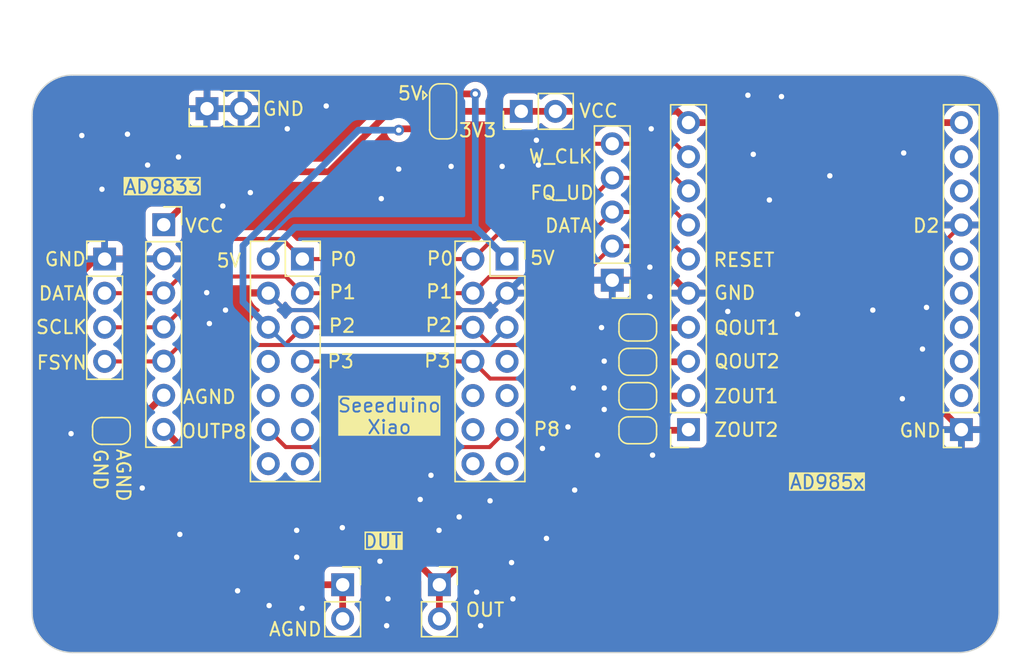
<source format=kicad_pcb>
(kicad_pcb (version 20221018) (generator pcbnew)
  (layers (0 "F.Cu" signal) (31 "B.Cu" signal) (34 "B.Paste" user) (35 "F.Paste" user) (36 "B.SilkS" user "B.Silkscreen") (37 "F.SilkS" user "F.Silkscreen") (38 "B.Mask" user) (39 "F.Mask" user) (44 "Edge.Cuts" user))
  (net 0 "")
  (net 6 "/D2")
  (net 9 "/VCC")
  (net 10 "/OUT")
  (net 11 "Net-(J2-Pin_1)")
  (net 12 "Net-(J2-Pin_2)")
  (net 13 "Net-(J2-Pin_3)")
  (net 14 "/DATA")
  (net 15 "/FQ_UD")
  (net 16 "/5V_USB")
  (net 17 "/3V3_Board")
  (net 21 "/AGND")
  (net 25 "/P3")
  (net 32 "/P0")
  (net 33 "Net-(J2-Pin_4)")
  (footprint "Jumper:SolderJumper-3_P1.3mm_Open_RoundedPad1.0x1.5mm" (layer "F.Cu") (at 90.6 22.7 -90)
    (fp_text reference "JP2" hide)
    (fp_text value "SolderJumper_3_Open")
    (fp_line (start -2.05 0.3) (end -2.05 -0.3) (stroke (width 0.12)) (layer "F.SilkS"))
    (fp_line (start -1.5 1.5) (end -0.9 1.5) (stroke (width 0.12)) (layer "F.SilkS"))
    (fp_line (start -1.4 -1) (end 1.4 -1) (stroke (width 0.12)) (layer "F.SilkS"))
    (fp_line (start -1.2 1.2) (end -1.5 1.5) (stroke (width 0.12)) (layer "F.SilkS"))
    (fp_line (start -1.2 1.2) (end -0.9 1.5) (stroke (width 0.12)) (layer "F.SilkS"))
    (fp_line (start 1.4 1) (end -1.4 1) (stroke (width 0.12)) (layer "F.SilkS"))
    (fp_line (start 2.05 -0.3) (end 2.05 0.3) (stroke (width 0.12)) (layer "F.SilkS"))
    (fp_arc (start -2.05 -0.3) (mid -1.844975 -0.794975) (end -1.35 -1) (stroke (width 0.12)) (layer "F.SilkS"))
    (fp_arc (start -1.35 1) (mid -1.844975 0.794975) (end -2.05 0.3) (stroke (width 0.12)) (layer "F.SilkS"))
    (fp_arc (start 1.35 -1) (mid 1.844975 -0.794975) (end 2.05 -0.3) (stroke (width 0.12)) (layer "F.SilkS"))
    (fp_arc (start 2.05 0.3) (mid 1.844975 0.794975) (end 1.35 1) (stroke (width 0.12)) (layer "F.SilkS"))
    (pad "1" smd custom (at -1.3 0 270) (size 1 0.5) (layers "F.Cu" "F.Mask") (net 16 "/5V_USB") (options (clearance outline) (anchor rect)) (primitives (gr_circle (center 0 0.25) (end 0.5 0.25) (width 0) (fill yes)) (gr_circle (center 0 -0.25) (end 0.5 -0.25) (width 0) (fill yes)) (gr_poly (pts (xy 0.55 0.75) (xy 0 0.75) (xy 0 -0.75) (xy 0.55 -0.75)) (width 0) (fill yes))))
    (pad "2" smd rect (at 0 0 270) (size 1 1.5) (layers "F.Cu" "F.Mask") (net 9 "/VCC"))
    (pad "3" smd custom (at 1.3 0 270) (size 1 0.5) (layers "F.Cu" "F.Mask") (net 17 "/3V3_Board") (options (clearance outline) (anchor rect)) (primitives (gr_circle (center 0 0.25) (end 0.5 0.25) (width 0) (fill yes)) (gr_circle (center 0 -0.25) (end 0.5 -0.25) (width 0) (fill yes)) (gr_poly (pts (xy 0 0.75) (xy -0.55 0.75) (xy -0.55 -0.75) (xy 0 -0.75)) (width 0) (fill yes))))
  )
  (footprint "Connector_PinSocket_2.54mm:PinSocket_1x02_P2.54mm_Vertical" (layer "F.Cu") (at 90.325 57.95)
    (fp_text reference "J5" hide)
    (fp_text value "Conn_01x02")
    (fp_line (start -1.33 1.27) (end -1.33 3.87) (stroke (width 0.12)) (layer "F.SilkS"))
    (fp_line (start -1.33 1.27) (end 1.33 1.27) (stroke (width 0.12)) (layer "F.SilkS"))
    (fp_line (start -1.33 3.87) (end 1.33 3.87) (stroke (width 0.12)) (layer "F.SilkS"))
    (fp_line (start 0 -1.33) (end 1.33 -1.33) (stroke (width 0.12)) (layer "F.SilkS"))
    (fp_line (start 1.33 -1.33) (end 1.33 0) (stroke (width 0.12)) (layer "F.SilkS"))
    (fp_line (start 1.33 1.27) (end 1.33 3.87) (stroke (width 0.12)) (layer "F.SilkS"))
    (pad "1" thru_hole rect (at 0 0) (size 1.7 1.7) (drill 1) (layers "*.Cu" "*.Mask") (net 10 "/OUT"))
    (pad "2" thru_hole oval (at 0 2.54) (size 1.7 1.7) (drill 1) (layers "*.Cu" "*.Mask") (net 10 "/OUT"))
  )
  (footprint "Connector_PinHeader_2.54mm:PinHeader_1x04_P2.54mm_Vertical" (layer "F.Cu") (at 65.4 33.7)
    (fp_text reference "J9" hide)
    (fp_text value "Conn_01x04")
    (fp_line (start -1.33 -1.33) (end 0 -1.33) (stroke (width 0.12)) (layer "F.SilkS"))
    (fp_line (start -1.33 0) (end -1.33 -1.33) (stroke (width 0.12)) (layer "F.SilkS"))
    (fp_line (start -1.33 1.27) (end -1.33 8.95) (stroke (width 0.12)) (layer "F.SilkS"))
    (fp_line (start -1.33 1.27) (end 1.33 1.27) (stroke (width 0.12)) (layer "F.SilkS"))
    (fp_line (start -1.33 8.95) (end 1.33 8.95) (stroke (width 0.12)) (layer "F.SilkS"))
    (fp_line (start 1.33 1.27) (end 1.33 8.95) (stroke (width 0.12)) (layer "F.SilkS"))
    (pad "1" thru_hole rect (at 0 0) (size 1.7 1.7) (drill 1) (layers "*.Cu" "*.Mask") (net 6 "/D2"))
    (pad "2" thru_hole oval (at 0 2.54) (size 1.7 1.7) (drill 1) (layers "*.Cu" "*.Mask") (net 32 "/P0"))
    (pad "3" thru_hole oval (at 0 5.08) (size 1.7 1.7) (drill 1) (layers "*.Cu" "*.Mask") (net 15 "/FQ_UD"))
    (pad "4" thru_hole oval (at 0 7.62) (size 1.7 1.7) (drill 1) (layers "*.Cu" "*.Mask") (net 14 "/DATA"))
  )
  (footprint "Connector_PinSocket_2.54mm:PinSocket_1x10_P2.54mm_Vertical" (layer "F.Cu") (at 108.875 46.4 180)
    (fp_text reference "J2" hide)
    (fp_text value "Conn_01x10")
    (fp_line (start -1.33 1.27) (end -1.33 24.19) (stroke (width 0.12)) (layer "F.SilkS"))
    (fp_line (start -1.33 1.27) (end 1.33 1.27) (stroke (width 0.12)) (layer "F.SilkS"))
    (fp_line (start -1.33 24.19) (end 1.33 24.19) (stroke (width 0.12)) (layer "F.SilkS"))
    (fp_line (start 0 -1.33) (end 1.33 -1.33) (stroke (width 0.12)) (layer "F.SilkS"))
    (fp_line (start 1.33 -1.33) (end 1.33 0) (stroke (width 0.12)) (layer "F.SilkS"))
    (fp_line (start 1.33 1.27) (end 1.33 24.19) (stroke (width 0.12)) (layer "F.SilkS"))
    (pad "1" thru_hole rect (at 0 0 180) (size 1.7 1.7) (drill 1) (layers "*.Cu" "*.Mask") (net 11 "Net-(J2-Pin_1)"))
    (pad "2" thru_hole oval (at 0 2.54 180) (size 1.7 1.7) (drill 1) (layers "*.Cu" "*.Mask") (net 12 "Net-(J2-Pin_2)"))
    (pad "3" thru_hole oval (at 0 5.08 180) (size 1.7 1.7) (drill 1) (layers "*.Cu" "*.Mask") (net 13 "Net-(J2-Pin_3)"))
    (pad "4" thru_hole oval (at 0 7.62 180) (size 1.7 1.7) (drill 1) (layers "*.Cu" "*.Mask") (net 33 "Net-(J2-Pin_4)"))
    (pad "5" thru_hole oval (at 0 10.16 180) (size 1.7 1.7) (drill 1) (layers "*.Cu" "*.Mask") (net 6 "/D2"))
    (pad "6" thru_hole oval (at 0 12.7 180) (size 1.7 1.7) (drill 1) (layers "*.Cu" "*.Mask") (net 25 "/P3"))
    (pad "7" thru_hole oval (at 0 15.24 180) (size 1.7 1.7) (drill 1) (layers "*.Cu" "*.Mask") (net 14 "/DATA"))
    (pad "8" thru_hole oval (at 0 17.78 180) (size 1.7 1.7) (drill 1) (layers "*.Cu" "*.Mask") (net 15 "/FQ_UD"))
    (pad "9" thru_hole oval (at 0 20.32 180) (size 1.7 1.7) (drill 1) (layers "*.Cu" "*.Mask") (net 32 "/P0"))
    (pad "10" thru_hole oval (at 0 22.86 180) (size 1.7 1.7) (drill 1) (layers "*.Cu" "*.Mask") (net 9 "/VCC"))
  )
  (footprint "Connector_PinSocket_2.54mm:PinSocket_1x10_P2.54mm_Vertical" (layer "F.Cu") (at 129.195 46.4 180)
    (fp_text reference "J1" hide)
    (fp_text value "Conn_01x10")
    (fp_line (start -1.33 1.27) (end -1.33 24.19) (stroke (width 0.12)) (layer "F.SilkS"))
    (fp_line (start -1.33 1.27) (end 1.33 1.27) (stroke (width 0.12)) (layer "F.SilkS"))
    (fp_line (start -1.33 24.19) (end 1.33 24.19) (stroke (width 0.12)) (layer "F.SilkS"))
    (fp_line (start 0 -1.33) (end 1.33 -1.33) (stroke (width 0.12)) (layer "F.SilkS"))
    (fp_line (start 1.33 -1.33) (end 1.33 0) (stroke (width 0.12)) (layer "F.SilkS"))
    (fp_line (start 1.33 1.27) (end 1.33 24.19) (stroke (width 0.12)) (layer "F.SilkS"))
    (pad "1" thru_hole rect (at 0 0 180) (size 1.7 1.7) (drill 1) (layers "*.Cu" "*.Mask") (net 6 "/D2"))
    (pad "2" thru_hole oval (at 0 2.54 180) (size 1.7 1.7) (drill 1) (layers "*.Cu" "*.Mask"))
    (pad "3" thru_hole oval (at 0 5.08 180) (size 1.7 1.7) (drill 1) (layers "*.Cu" "*.Mask"))
    (pad "4" thru_hole oval (at 0 7.62 180) (size 1.7 1.7) (drill 1) (layers "*.Cu" "*.Mask"))
    (pad "5" thru_hole oval (at 0 10.16 180) (size 1.7 1.7) (drill 1) (layers "*.Cu" "*.Mask"))
    (pad "6" thru_hole oval (at 0 12.7 180) (size 1.7 1.7) (drill 1) (layers "*.Cu" "*.Mask"))
    (pad "7" thru_hole oval (at 0 15.24 180) (size 1.7 1.7) (drill 1) (layers "*.Cu" "*.Mask") (net 6 "/D2"))
    (pad "8" thru_hole oval (at 0 17.78 180) (size 1.7 1.7) (drill 1) (layers "*.Cu" "*.Mask"))
    (pad "9" thru_hole oval (at 0 20.32 180) (size 1.7 1.7) (drill 1) (layers "*.Cu" "*.Mask"))
    (pad "10" thru_hole oval (at 0 22.86 180) (size 1.7 1.7) (drill 1) (layers "*.Cu" "*.Mask") (net 9 "/VCC"))
  )
  (footprint "Connector_PinHeader_2.54mm:PinHeader_1x02_P2.54mm_Vertical" (layer "F.Cu") (at 96.425 22.7 90)
    (fp_text reference "J11" hide)
    (fp_text value "Conn_01x02")
    (fp_line (start -1.33 -1.33) (end 0 -1.33) (stroke (width 0.12)) (layer "F.SilkS"))
    (fp_line (start -1.33 0) (end -1.33 -1.33) (stroke (width 0.12)) (layer "F.SilkS"))
    (fp_line (start -1.33 1.27) (end -1.33 3.87) (stroke (width 0.12)) (layer "F.SilkS"))
    (fp_line (start -1.33 1.27) (end 1.33 1.27) (stroke (width 0.12)) (layer "F.SilkS"))
    (fp_line (start -1.33 3.87) (end 1.33 3.87) (stroke (width 0.12)) (layer "F.SilkS"))
    (fp_line (start 1.33 1.27) (end 1.33 3.87) (stroke (width 0.12)) (layer "F.SilkS"))
    (pad "1" thru_hole rect (at 0 0 90) (size 1.7 1.7) (drill 1) (layers "*.Cu" "*.Mask") (net 9 "/VCC"))
    (pad "2" thru_hole oval (at 0 2.54 90) (size 1.7 1.7) (drill 1) (layers "*.Cu" "*.Mask") (net 9 "/VCC"))
  )
  (footprint "Connector_PinHeader_2.54mm:PinHeader_1x02_P2.54mm_Vertical" (layer "F.Cu") (at 73.025 22.5 90)
    (fp_text reference "J10" hide)
    (fp_text value "Conn_01x02")
    (fp_line (start -1.33 -1.33) (end 0 -1.33) (stroke (width 0.12)) (layer "F.SilkS"))
    (fp_line (start -1.33 0) (end -1.33 -1.33) (stroke (width 0.12)) (layer "F.SilkS"))
    (fp_line (start -1.33 1.27) (end -1.33 3.87) (stroke (width 0.12)) (layer "F.SilkS"))
    (fp_line (start -1.33 1.27) (end 1.33 1.27) (stroke (width 0.12)) (layer "F.SilkS"))
    (fp_line (start -1.33 3.87) (end 1.33 3.87) (stroke (width 0.12)) (layer "F.SilkS"))
    (fp_line (start 1.33 1.27) (end 1.33 3.87) (stroke (width 0.12)) (layer "F.SilkS"))
    (pad "1" thru_hole rect (at 0 0 90) (size 1.7 1.7) (drill 1) (layers "*.Cu" "*.Mask") (net 6 "/D2"))
    (pad "2" thru_hole oval (at 0 2.54 90) (size 1.7 1.7) (drill 1) (layers "*.Cu" "*.Mask") (net 6 "/D2"))
  )
  (footprint "Connector_PinSocket_2.54mm:PinSocket_1x07_P2.54mm_Vertical" (layer "F.Cu") (at 69.8 31.14)
    (fp_text reference "J7" hide)
    (fp_text value "Conn_01x07")
    (fp_line (start -1.33 1.27) (end -1.33 16.57) (stroke (width 0.12)) (layer "F.SilkS"))
    (fp_line (start -1.33 1.27) (end 1.33 1.27) (stroke (width 0.12)) (layer "F.SilkS"))
    (fp_line (start -1.33 16.57) (end 1.33 16.57) (stroke (width 0.12)) (layer "F.SilkS"))
    (fp_line (start 0 -1.33) (end 1.33 -1.33) (stroke (width 0.12)) (layer "F.SilkS"))
    (fp_line (start 1.33 -1.33) (end 1.33 0) (stroke (width 0.12)) (layer "F.SilkS"))
    (fp_line (start 1.33 1.27) (end 1.33 16.57) (stroke (width 0.12)) (layer "F.SilkS"))
    (pad "1" thru_hole rect (at 0 0) (size 1.7 1.7) (drill 1) (layers "*.Cu" "*.Mask") (net 9 "/VCC"))
    (pad "2" thru_hole oval (at 0 2.54) (size 1.7 1.7) (drill 1) (layers "*.Cu" "*.Mask") (net 6 "/D2"))
    (pad "3" thru_hole oval (at 0 5.08) (size 1.7 1.7) (drill 1) (layers "*.Cu" "*.Mask") (net 32 "/P0"))
    (pad "4" thru_hole oval (at 0 7.62) (size 1.7 1.7) (drill 1) (layers "*.Cu" "*.Mask") (net 15 "/FQ_UD"))
    (pad "5" thru_hole oval (at 0 10.16) (size 1.7 1.7) (drill 1) (layers "*.Cu" "*.Mask") (net 14 "/DATA"))
    (pad "6" thru_hole oval (at 0 12.7) (size 1.7 1.7) (drill 1) (layers "*.Cu" "*.Mask") (net 21 "/AGND"))
    (pad "7" thru_hole oval (at 0 15.24) (size 1.7 1.7) (drill 1) (layers "*.Cu" "*.Mask") (net 10 "/OUT"))
  )
  (footprint "Connector_PinSocket_2.54mm:PinSocket_2x07_P2.54mm_Vertical" (layer "F.Cu") (at 95.365 33.7)
    (fp_text reference "J4" hide)
    (fp_text value "Conn_02x07_Odd_Even")
    (fp_line (start -3.87 -1.33) (end -3.87 16.57) (stroke (width 0.12)) (layer "F.SilkS"))
    (fp_line (start -3.87 -1.33) (end -1.27 -1.33) (stroke (width 0.12)) (layer "F.SilkS"))
    (fp_line (start -3.87 16.57) (end 1.33 16.57) (stroke (width 0.12)) (layer "F.SilkS"))
    (fp_line (start -1.27 -1.33) (end -1.27 1.27) (stroke (width 0.12)) (layer "F.SilkS"))
    (fp_line (start -1.27 1.27) (end 1.33 1.27) (stroke (width 0.12)) (layer "F.SilkS"))
    (fp_line (start 0 -1.33) (end 1.33 -1.33) (stroke (width 0.12)) (layer "F.SilkS"))
    (fp_line (start 1.33 -1.33) (end 1.33 0) (stroke (width 0.12)) (layer "F.SilkS"))
    (fp_line (start 1.33 1.27) (end 1.33 16.57) (stroke (width 0.12)) (layer "F.SilkS"))
    (pad "1" thru_hole rect (at 0 0) (size 1.7 1.7) (drill 1) (layers "*.Cu" "*.Mask") (net 16 "/5V_USB"))
    (pad "2" thru_hole oval (at -2.54 0) (size 1.7 1.7) (drill 1) (layers "*.Cu" "*.Mask") (net 32 "/P0"))
    (pad "3" thru_hole oval (at 0 2.54) (size 1.7 1.7) (drill 1) (layers "*.Cu" "*.Mask") (net 6 "/D2"))
    (pad "4" thru_hole oval (at -2.54 2.54) (size 1.7 1.7) (drill 1) (layers "*.Cu" "*.Mask") (net 15 "/FQ_UD"))
    (pad "5" thru_hole oval (at 0 5.08) (size 1.7 1.7) (drill 1) (layers "*.Cu" "*.Mask") (net 17 "/3V3_Board"))
    (pad "6" thru_hole oval (at -2.54 5.08) (size 1.7 1.7) (drill 1) (layers "*.Cu" "*.Mask") (net 14 "/DATA"))
    (pad "7" thru_hole oval (at 0 7.62) (size 1.7 1.7) (drill 1) (layers "*.Cu" "*.Mask"))
    (pad "8" thru_hole oval (at -2.54 7.62) (size 1.7 1.7) (drill 1) (layers "*.Cu" "*.Mask") (net 25 "/P3"))
    (pad "9" thru_hole oval (at 0 10.16) (size 1.7 1.7) (drill 1) (layers "*.Cu" "*.Mask"))
    (pad "10" thru_hole oval (at -2.54 10.16) (size 1.7 1.7) (drill 1) (layers "*.Cu" "*.Mask"))
    (pad "11" thru_hole oval (at 0 12.7) (size 1.7 1.7) (drill 1) (layers "*.Cu" "*.Mask") (net 10 "/OUT"))
    (pad "12" thru_hole oval (at -2.54 12.7) (size 1.7 1.7) (drill 1) (layers "*.Cu" "*.Mask"))
    (pad "13" thru_hole oval (at 0 15.24) (size 1.7 1.7) (drill 1) (layers "*.Cu" "*.Mask"))
    (pad "14" thru_hole oval (at -2.54 15.24) (size 1.7 1.7) (drill 1) (layers "*.Cu" "*.Mask"))
  )
  (footprint "Connector_PinSocket_2.54mm:PinSocket_2x07_P2.54mm_Vertical" (layer "F.Cu") (at 80.125 33.7)
    (fp_text reference "J3" hide)
    (fp_text value "Conn_02x07_Odd_Even")
    (fp_line (start -3.87 -1.33) (end -3.87 16.57) (stroke (width 0.12)) (layer "F.SilkS"))
    (fp_line (start -3.87 -1.33) (end -1.27 -1.33) (stroke (width 0.12)) (layer "F.SilkS"))
    (fp_line (start -3.87 16.57) (end 1.33 16.57) (stroke (width 0.12)) (layer "F.SilkS"))
    (fp_line (start -1.27 -1.33) (end -1.27 1.27) (stroke (width 0.12)) (layer "F.SilkS"))
    (fp_line (start -1.27 1.27) (end 1.33 1.27) (stroke (width 0.12)) (layer "F.SilkS"))
    (fp_line (start 0 -1.33) (end 1.33 -1.33) (stroke (width 0.12)) (layer "F.SilkS"))
    (fp_line (start 1.33 -1.33) (end 1.33 0) (stroke (width 0.12)) (layer "F.SilkS"))
    (fp_line (start 1.33 1.27) (end 1.33 16.57) (stroke (width 0.12)) (layer "F.SilkS"))
    (pad "1" thru_hole rect (at 0 0) (size 1.7 1.7) (drill 1) (layers "*.Cu" "*.Mask") (net 32 "/P0"))
    (pad "2" thru_hole oval (at -2.54 0) (size 1.7 1.7) (drill 1) (layers "*.Cu" "*.Mask") (net 16 "/5V_USB"))
    (pad "3" thru_hole oval (at 0 2.54) (size 1.7 1.7) (drill 1) (layers "*.Cu" "*.Mask") (net 15 "/FQ_UD"))
    (pad "4" thru_hole oval (at -2.54 2.54) (size 1.7 1.7) (drill 1) (layers "*.Cu" "*.Mask") (net 6 "/D2"))
    (pad "5" thru_hole oval (at 0 5.08) (size 1.7 1.7) (drill 1) (layers "*.Cu" "*.Mask") (net 14 "/DATA"))
    (pad "6" thru_hole oval (at -2.54 5.08) (size 1.7 1.7) (drill 1) (layers "*.Cu" "*.Mask") (net 17 "/3V3_Board"))
    (pad "7" thru_hole oval (at 0 7.62) (size 1.7 1.7) (drill 1) (layers "*.Cu" "*.Mask") (net 25 "/P3"))
    (pad "8" thru_hole oval (at -2.54 7.62) (size 1.7 1.7) (drill 1) (layers "*.Cu" "*.Mask"))
    (pad "9" thru_hole oval (at 0 10.16) (size 1.7 1.7) (drill 1) (layers "*.Cu" "*.Mask"))
    (pad "10" thru_hole oval (at -2.54 10.16) (size 1.7 1.7) (drill 1) (layers "*.Cu" "*.Mask"))
    (pad "11" thru_hole oval (at 0 12.7) (size 1.7 1.7) (drill 1) (layers "*.Cu" "*.Mask"))
    (pad "12" thru_hole oval (at -2.54 12.7) (size 1.7 1.7) (drill 1) (layers "*.Cu" "*.Mask") (net 10 "/OUT"))
    (pad "13" thru_hole oval (at 0 15.24) (size 1.7 1.7) (drill 1) (layers "*.Cu" "*.Mask"))
    (pad "14" thru_hole oval (at -2.54 15.24) (size 1.7 1.7) (drill 1) (layers "*.Cu" "*.Mask"))
  )
  (footprint "Jumper:SolderJumper-2_P1.3mm_Open_RoundedPad1.0x1.5mm" (layer "F.Cu") (at 105.1 46.45 180)
    (fp_text reference "JP3" hide)
    (fp_text value "SolderJumper_2_Open")
    (fp_line (start -1.4 0.3) (end -1.4 -0.3) (stroke (width 0.12)) (layer "F.SilkS"))
    (fp_line (start -0.7 -1) (end 0.7 -1) (stroke (width 0.12)) (layer "F.SilkS"))
    (fp_line (start 0.7 1) (end -0.7 1) (stroke (width 0.12)) (layer "F.SilkS"))
    (fp_line (start 1.4 -0.3) (end 1.4 0.3) (stroke (width 0.12)) (layer "F.SilkS"))
    (fp_arc (start -1.4 -0.3) (mid -1.194975 -0.794975) (end -0.7 -1) (stroke (width 0.12)) (layer "F.SilkS"))
    (fp_arc (start -0.7 1) (mid -1.194975 0.794975) (end -1.4 0.3) (stroke (width 0.12)) (layer "F.SilkS"))
    (fp_arc (start 0.7 -1) (mid 1.194975 -0.794975) (end 1.4 -0.3) (stroke (width 0.12)) (layer "F.SilkS"))
    (fp_arc (start 1.4 0.3) (mid 1.194975 0.794975) (end 0.7 1) (stroke (width 0.12)) (layer "F.SilkS"))
    (pad "1" smd custom (at -0.65 0 180) (size 1 0.5) (layers "F.Cu" "F.Mask") (net 11 "Net-(J2-Pin_1)") (options (clearance outline) (anchor rect)) (primitives (gr_circle (center 0 0.25) (end 0.5 0.25) (width 0) (fill yes)) (gr_circle (center 0 -0.25) (end 0.5 -0.25) (width 0) (fill yes)) (gr_poly (pts (xy 0.5 0.75) (xy 0 0.75) (xy 0 -0.75) (xy 0.5 -0.75)) (width 0) (fill yes))))
    (pad "2" smd custom (at 0.65 0 180) (size 1 0.5) (layers "F.Cu" "F.Mask") (net 10 "/OUT") (options (clearance outline) (anchor rect)) (primitives (gr_circle (center 0 0.25) (end 0.5 0.25) (width 0) (fill yes)) (gr_circle (center 0 -0.25) (end 0.5 -0.25) (width 0) (fill yes)) (gr_poly (pts (xy 0 0.75) (xy -0.5 0.75) (xy -0.5 -0.75) (xy 0 -0.75)) (width 0) (fill yes))))
  )
  (footprint "Jumper:SolderJumper-2_P1.3mm_Open_RoundedPad1.0x1.5mm" (layer "F.Cu") (at 65.9 46.5)
    (fp_text reference "JP1" hide)
    (fp_text value "SolderJumper_2_Open")
    (fp_line (start -1.4 0.3) (end -1.4 -0.3) (stroke (width 0.12)) (layer "F.SilkS"))
    (fp_line (start -0.7 -1) (end 0.7 -1) (stroke (width 0.12)) (layer "F.SilkS"))
    (fp_line (start 0.7 1) (end -0.7 1) (stroke (width 0.12)) (layer "F.SilkS"))
    (fp_line (start 1.4 -0.3) (end 1.4 0.3) (stroke (width 0.12)) (layer "F.SilkS"))
    (fp_arc (start -1.4 -0.3) (mid -1.194975 -0.794975) (end -0.7 -1) (stroke (width 0.12)) (layer "F.SilkS"))
    (fp_arc (start -0.7 1) (mid -1.194975 0.794975) (end -1.4 0.3) (stroke (width 0.12)) (layer "F.SilkS"))
    (fp_arc (start 0.7 -1) (mid 1.194975 -0.794975) (end 1.4 -0.3) (stroke (width 0.12)) (layer "F.SilkS"))
    (fp_arc (start 1.4 0.3) (mid 1.194975 0.794975) (end 0.7 1) (stroke (width 0.12)) (layer "F.SilkS"))
    (pad "1" smd custom (at -0.65 0) (size 1 0.5) (layers "F.Cu" "F.Mask") (net 6 "/D2") (options (clearance outline) (anchor rect)) (primitives (gr_circle (center 0 0.25) (end 0.5 0.25) (width 0) (fill yes)) (gr_circle (center 0 -0.25) (end 0.5 -0.25) (width 0) (fill yes)) (gr_poly (pts (xy 0.5 0.75) (xy 0 0.75) (xy 0 -0.75) (xy 0.5 -0.75)) (width 0) (fill yes))))
    (pad "2" smd custom (at 0.65 0) (size 1 0.5) (layers "F.Cu" "F.Mask") (net 21 "/AGND") (options (clearance outline) (anchor rect)) (primitives (gr_circle (center 0 0.25) (end 0.5 0.25) (width 0) (fill yes)) (gr_circle (center 0 -0.25) (end 0.5 -0.25) (width 0) (fill yes)) (gr_poly (pts (xy 0 0.75) (xy -0.5 0.75) (xy -0.5 -0.75) (xy 0 -0.75)) (width 0) (fill yes))))
  )
  (footprint "Jumper:SolderJumper-2_P1.3mm_Open_RoundedPad1.0x1.5mm" (layer "F.Cu") (at 105.1 38.8 180)
    (fp_text reference "JP6" hide)
    (fp_text value "SolderJumper_2_Open")
    (fp_line (start -1.4 0.3) (end -1.4 -0.3) (stroke (width 0.12)) (layer "F.SilkS"))
    (fp_line (start -0.7 -1) (end 0.7 -1) (stroke (width 0.12)) (layer "F.SilkS"))
    (fp_line (start 0.7 1) (end -0.7 1) (stroke (width 0.12)) (layer "F.SilkS"))
    (fp_line (start 1.4 -0.3) (end 1.4 0.3) (stroke (width 0.12)) (layer "F.SilkS"))
    (fp_arc (start -1.4 -0.3) (mid -1.194975 -0.794975) (end -0.7 -1) (stroke (width 0.12)) (layer "F.SilkS"))
    (fp_arc (start -0.7 1) (mid -1.194975 0.794975) (end -1.4 0.3) (stroke (width 0.12)) (layer "F.SilkS"))
    (fp_arc (start 0.7 -1) (mid 1.194975 -0.794975) (end 1.4 -0.3) (stroke (width 0.12)) (layer "F.SilkS"))
    (fp_arc (start 1.4 0.3) (mid 1.194975 0.794975) (end 0.7 1) (stroke (width 0.12)) (layer "F.SilkS"))
    (pad "1" smd custom (at -0.65 0 180) (size 1 0.5) (layers "F.Cu" "F.Mask") (net 33 "Net-(J2-Pin_4)") (options (clearance outline) (anchor rect)) (primitives (gr_circle (center 0 0.25) (end 0.5 0.25) (width 0) (fill yes)) (gr_circle (center 0 -0.25) (end 0.5 -0.25) (width 0) (fill yes)) (gr_poly (pts (xy 0.5 0.75) (xy 0 0.75) (xy 0 -0.75) (xy 0.5 -0.75)) (width 0) (fill yes))))
    (pad "2" smd custom (at 0.65 0 180) (size 1 0.5) (layers "F.Cu" "F.Mask") (net 10 "/OUT") (options (clearance outline) (anchor rect)) (primitives (gr_circle (center 0 0.25) (end 0.5 0.25) (width 0) (fill yes)) (gr_circle (center 0 -0.25) (end 0.5 -0.25) (width 0) (fill yes)) (gr_poly (pts (xy 0 0.75) (xy -0.5 0.75) (xy -0.5 -0.75) (xy 0 -0.75)) (width 0) (fill yes))))
  )
  (footprint "Jumper:SolderJumper-2_P1.3mm_Open_RoundedPad1.0x1.5mm" (layer "F.Cu") (at 105.1 43.9 180)
    (fp_text reference "JP4" hide)
    (fp_text value "SolderJumper_2_Open")
    (fp_line (start -1.4 0.3) (end -1.4 -0.3) (stroke (width 0.12)) (layer "F.SilkS"))
    (fp_line (start -0.7 -1) (end 0.7 -1) (stroke (width 0.12)) (layer "F.SilkS"))
    (fp_line (start 0.7 1) (end -0.7 1) (stroke (width 0.12)) (layer "F.SilkS"))
    (fp_line (start 1.4 -0.3) (end 1.4 0.3) (stroke (width 0.12)) (layer "F.SilkS"))
    (fp_arc (start -1.4 -0.3) (mid -1.194975 -0.794975) (end -0.7 -1) (stroke (width 0.12)) (layer "F.SilkS"))
    (fp_arc (start -0.7 1) (mid -1.194975 0.794975) (end -1.4 0.3) (stroke (width 0.12)) (layer "F.SilkS"))
    (fp_arc (start 0.7 -1) (mid 1.194975 -0.794975) (end 1.4 -0.3) (stroke (width 0.12)) (layer "F.SilkS"))
    (fp_arc (start 1.4 0.3) (mid 1.194975 0.794975) (end 0.7 1) (stroke (width 0.12)) (layer "F.SilkS"))
    (pad "1" smd custom (at -0.65 0 180) (size 1 0.5) (layers "F.Cu" "F.Mask") (net 12 "Net-(J2-Pin_2)") (options (clearance outline) (anchor rect)) (primitives (gr_circle (center 0 0.25) (end 0.5 0.25) (width 0) (fill yes)) (gr_circle (center 0 -0.25) (end 0.5 -0.25) (width 0) (fill yes)) (gr_poly (pts (xy 0.5 0.75) (xy 0 0.75) (xy 0 -0.75) (xy 0.5 -0.75)) (width 0) (fill yes))))
    (pad "2" smd custom (at 0.65 0 180) (size 1 0.5) (layers "F.Cu" "F.Mask") (net 10 "/OUT") (options (clearance outline) (anchor rect)) (primitives (gr_circle (center 0 0.25) (end 0.5 0.25) (width 0) (fill yes)) (gr_circle (center 0 -0.25) (end 0.5 -0.25) (width 0) (fill yes)) (gr_poly (pts (xy 0 0.75) (xy -0.5 0.75) (xy -0.5 -0.75) (xy 0 -0.75)) (width 0) (fill yes))))
  )
  (footprint "Jumper:SolderJumper-2_P1.3mm_Open_RoundedPad1.0x1.5mm" (layer "F.Cu") (at 105.1 41.35 180)
    (fp_text reference "JP5" hide)
    (fp_text value "SolderJumper_2_Open")
    (fp_line (start -1.4 0.3) (end -1.4 -0.3) (stroke (width 0.12)) (layer "F.SilkS"))
    (fp_line (start -0.7 -1) (end 0.7 -1) (stroke (width 0.12)) (layer "F.SilkS"))
    (fp_line (start 0.7 1) (end -0.7 1) (stroke (width 0.12)) (layer "F.SilkS"))
    (fp_line (start 1.4 -0.3) (end 1.4 0.3) (stroke (width 0.12)) (layer "F.SilkS"))
    (fp_arc (start -1.4 -0.3) (mid -1.194975 -0.794975) (end -0.7 -1) (stroke (width 0.12)) (layer "F.SilkS"))
    (fp_arc (start -0.7 1) (mid -1.194975 0.794975) (end -1.4 0.3) (stroke (width 0.12)) (layer "F.SilkS"))
    (fp_arc (start 0.7 -1) (mid 1.194975 -0.794975) (end 1.4 -0.3) (stroke (width 0.12)) (layer "F.SilkS"))
    (fp_arc (start 1.4 0.3) (mid 1.194975 0.794975) (end 0.7 1) (stroke (width 0.12)) (layer "F.SilkS"))
    (pad "1" smd custom (at -0.65 0 180) (size 1 0.5) (layers "F.Cu" "F.Mask") (net 13 "Net-(J2-Pin_3)") (options (clearance outline) (anchor rect)) (primitives (gr_circle (center 0 0.25) (end 0.5 0.25) (width 0) (fill yes)) (gr_circle (center 0 -0.25) (end 0.5 -0.25) (width 0) (fill yes)) (gr_poly (pts (xy 0.5 0.75) (xy 0 0.75) (xy 0 -0.75) (xy 0.5 -0.75)) (width 0) (fill yes))))
    (pad "2" smd custom (at 0.65 0 180) (size 1 0.5) (layers "F.Cu" "F.Mask") (net 10 "/OUT") (options (clearance outline) (anchor rect)) (primitives (gr_circle (center 0 0.25) (end 0.5 0.25) (width 0) (fill yes)) (gr_circle (center 0 -0.25) (end 0.5 -0.25) (width 0) (fill yes)) (gr_poly (pts (xy 0 0.75) (xy -0.5 0.75) (xy -0.5 -0.75) (xy 0 -0.75)) (width 0) (fill yes))))
  )
  (footprint "Connector_PinHeader_2.54mm:PinHeader_1x05_P2.54mm_Vertical" (layer "F.Cu") (at 103.2 35.275 180)
    (fp_text reference "J8" hide)
    (fp_text value "Conn_01x05")
    (fp_line (start -1.33 -1.33) (end 0 -1.33) (stroke (width 0.12)) (layer "F.SilkS"))
    (fp_line (start -1.33 0) (end -1.33 -1.33) (stroke (width 0.12)) (layer "F.SilkS"))
    (fp_line (start -1.33 1.27) (end -1.33 11.49) (stroke (width 0.12)) (layer "F.SilkS"))
    (fp_line (start -1.33 1.27) (end 1.33 1.27) (stroke (width 0.12)) (layer "F.SilkS"))
    (fp_line (start -1.33 11.49) (end 1.33 11.49) (stroke (width 0.12)) (layer "F.SilkS"))
    (fp_line (start 1.33 1.27) (end 1.33 11.49) (stroke (width 0.12)) (layer "F.SilkS"))
    (pad "1" thru_hole rect (at 0 0 180) (size 1.7 1.7) (drill 1) (layers "*.Cu" "*.Mask") (net 6 "/D2"))
    (pad "2" thru_hole oval (at 0 2.54 180) (size 1.7 1.7) (drill 1) (layers "*.Cu" "*.Mask") (net 25 "/P3"))
    (pad "3" thru_hole oval (at 0 5.08 180) (size 1.7 1.7) (drill 1) (layers "*.Cu" "*.Mask") (net 14 "/DATA"))
    (pad "4" thru_hole oval (at 0 7.62 180) (size 1.7 1.7) (drill 1) (layers "*.Cu" "*.Mask") (net 15 "/FQ_UD"))
    (pad "5" thru_hole oval (at 0 10.16 180) (size 1.7 1.7) (drill 1) (layers "*.Cu" "*.Mask") (net 32 "/P0"))
  )
  (footprint "Connector_PinSocket_2.54mm:PinSocket_1x02_P2.54mm_Vertical" (layer "F.Cu") (at 83.125 57.95)
    (fp_text reference "J6" hide)
    (fp_text value "Conn_01x02")
    (fp_line (start -1.33 1.27) (end -1.33 3.87) (stroke (width 0.12)) (layer "F.SilkS"))
    (fp_line (start -1.33 1.27) (end 1.33 1.27) (stroke (width 0.12)) (layer "F.SilkS"))
    (fp_line (start -1.33 3.87) (end 1.33 3.87) (stroke (width 0.12)) (layer "F.SilkS"))
    (fp_line (start 0 -1.33) (end 1.33 -1.33) (stroke (width 0.12)) (layer "F.SilkS"))
    (fp_line (start 1.33 -1.33) (end 1.33 0) (stroke (width 0.12)) (layer "F.SilkS"))
    (fp_line (start 1.33 1.27) (end 1.33 3.87) (stroke (width 0.12)) (layer "F.SilkS"))
    (pad "1" thru_hole rect (at 0 0) (size 1.7 1.7) (drill 1) (layers "*.Cu" "*.Mask") (net 21 "/AGND"))
    (pad "2" thru_hole oval (at 0 2.54) (size 1.7 1.7) (drill 1) (layers "*.Cu" "*.Mask") (net 21 "/AGND"))
  )
  (gr_line (start 60 23) (end 60 60) (stroke (width 0.1)) (layer "Edge.Cuts"))
  (gr_arc (start 132 60) (mid 131.12132 62.12132) (end 129 63) (stroke (width 0.1)) (layer "Edge.Cuts"))
  (gr_line (start 132 23) (end 132 60) (stroke (width 0.1)) (layer "Edge.Cuts"))
  (gr_arc (start 63 63) (mid 60.87868 62.12132) (end 60 60) (stroke (width 0.1)) (layer "Edge.Cuts"))
  (gr_line (start 63 20) (end 129 20) (stroke (width 0.1)) (layer "Edge.Cuts"))
  (gr_line (start 63 63) (end 129 63) (stroke (width 0.1)) (layer "Edge.Cuts"))
  (gr_arc (start 60 23) (mid 60.87868 20.87868) (end 63 20) (stroke (width 0.1)) (layer "Edge.Cuts"))
  (gr_arc (start 129 20) (mid 131.12132 20.87868) (end 132 23) (stroke (width 0.1)) (layer "Edge.Cuts"))
  (gr_text "W_CLK" (at 96.9 26.65) (layer "F.SilkS") (effects (font (size 1 1)) (justify left bottom)))
  (gr_text "GND" (at 124.5 47.05) (layer "F.SilkS") (effects (font (size 1 1)) (justify left bottom)))
  (gr_text "P3" (at 81.9 41.9) (layer "F.SilkS") (effects (font (size 1 1)) (justify left bottom)))
  (gr_text "P0" (at 82.1 34.3) (layer "F.SilkS") (effects (font (size 1 1)) (justify left bottom)))
  (gr_text "OUT" (at 71.05 47.1) (layer "F.SilkS") (effects (font (size 1 1)) (justify left bottom)))
  (gr_text "VCC" (at 71.3 31.8) (layer "F.SilkS") (effects (font (size 1 1)) (justify left bottom)))
  (gr_text "D2" (at 125.5 31.8) (layer "F.SilkS") (effects (font (size 1 1)) (justify left bottom)))
  (gr_text "SCLK" (at 60.2 39.35) (layer "F.SilkS") (effects (font (size 1 1)) (justify left bottom)))
  (gr_text "AD985x" (at 116.35 50.9) (layer "F.SilkS" knockout) (effects (font (size 1 1)) (justify left bottom)))
  (gr_text "RESET" (at 110.65 34.35) (layer "F.SilkS") (effects (font (size 1 1)) (justify left bottom)))
  (gr_text "P2" (at 82 39.25) (layer "F.SilkS") (effects (font (size 1 1)) (justify left bottom)))
  (gr_text "GND" (at 77.1 23.1) (layer "F.SilkS") (effects (font (size 1 1)) (justify left bottom)))
  (gr_text "P3" (at 89.1 41.85) (layer "F.SilkS") (effects (font (size 1 1)) (justify left bottom)))
  (gr_text "3V3" (at 91.7 24.7) (layer "F.SilkS") (effects (font (size 1 1)) (justify left bottom)))
  (gr_text "P8" (at 97.25 46.95) (layer "F.SilkS") (effects (font (size 1 1)) (justify left bottom)))
  (gr_text "VCC" (at 100.65 23.25) (layer "F.SilkS") (effects (font (size 1 1)) (justify left bottom)))
  (gr_text "DUT" (at 84.6 55.3) (layer "F.SilkS" knockout) (effects (font (size 1 1)) (justify left bottom)))
  (gr_text "P1" (at 82.05 36.75) (layer "F.SilkS") (effects (font (size 1 1)) (justify left bottom)))
  (gr_text "DATA" (at 60.4 36.85) (layer "F.SilkS") (effects (font (size 1 1)) (justify left bottom)))
  (gr_text "AGND" (at 77.55 61.85) (layer "F.SilkS") (effects (font (size 1 1)) (justify left bottom)))
  (gr_text "FQ_UD" (at 97 29.35) (layer "F.SilkS") (effects (font (size 1 1)) (justify left bottom)))
  (gr_text "5V" (at 87.15 21.95) (layer "F.SilkS") (effects (font (size 1 1)) (justify left bottom)))
  (gr_text "P2" (at 89.2 39.2) (layer "F.SilkS") (effects (font (size 1 1)) (justify left bottom)))
  (gr_text "AD9833" (at 66.8 28.9) (layer "F.SilkS" knockout) (effects (font (size 1 1)) (justify left bottom)))
  (gr_text "P1" (at 89.25 36.7) (layer "F.SilkS") (effects (font (size 1 1)) (justify left bottom)))
  (gr_text "5V" (at 97 34.2) (layer "F.SilkS") (effects (font (size 1 1)) (justify left bottom)))
  (gr_text "FSYN" (at 60.25 42) (layer "F.SilkS") (effects (font (size 1 1)) (justify left bottom)))
  (gr_text "GND" (at 60.85 34.3) (layer "F.SilkS") (effects (font (size 1 1)) (justify left bottom)))
  (gr_text "QOUT1" (at 110.7 39.4) (layer "F.SilkS") (effects (font (size 1 1)) (justify left bottom)))
  (gr_text "AGND" (at 71.15 44.55) (layer "F.SilkS") (effects (font (size 1 1)) (justify left bottom)))
  (gr_text "Seeeduino\nXiao" (at 86.6 46.8) (layer "F.SilkS" knockout) (effects (font (size 1 1)) (justify bottom)))
  (gr_text "P8" (at 73.9 47.15) (layer "F.SilkS") (effects (font (size 1 1)) (justify left bottom)))
  (gr_text "QOUT2" (at 110.7 41.9) (layer "F.SilkS") (effects (font (size 1 1)) (justify left bottom)))
  (gr_text "GND" (at 64.5 47.75 270) (layer "F.SilkS") (effects (font (size 1 1)) (justify left bottom)))
  (gr_text "GND" (at 110.7 36.8) (layer "F.SilkS") (effects (font (size 1 1)) (justify left bottom)))
  (gr_text "AGND" (at 66.2 47.75 -90) (layer "F.SilkS") (effects (font (size 1 1)) (justify left bottom)))
  (gr_text "P0" (at 89.3 34.25) (layer "F.SilkS") (effects (font (size 1 1)) (justify left bottom)))
  (gr_text "ZOUT2" (at 110.7 47) (layer "F.SilkS") (effects (font (size 1 1)) (justify left bottom)))
  (gr_text "OUT" (at 92.2 60.4) (layer "F.SilkS") (effects (font (size 1 1)) (justify left bottom)))
  (gr_text "5V" (at 73.65 34.4) (layer "F.SilkS") (effects (font (size 1 1)) (justify left bottom)))
  (gr_text "ZOUT1" (at 110.7 44.5) (layer "F.SilkS") (effects (font (size 1 1)) (justify left bottom)))
  (gr_text "DATA" (at 98.1 31.8) (layer "F.SilkS") (effects (font (size 1 1)) (justify left bottom)))
  (segment (start 69.8 33.68) (end 65.42 33.68) (width 0.5) (layer "F.Cu") (net 6))
  (segment (start 107.91 35.275) (end 108.875 36.24) (width 0.5) (layer "F.Cu") (net 6))
  (segment (start 124.115 41.32) (end 124.115 36.24) (width 0.5) (layer "F.Cu") (net 6))
  (segment (start 103.2 35.275) (end 107.91 35.275) (width 0.5) (layer "F.Cu") (net 6))
  (segment (start 73 36.2) (end 77.545 36.2) (width 0.5) (layer "F.Cu") (net 6))
  (segment (start 62.9 44.15) (end 65.25 46.5) (width 0.5) (layer "F.Cu") (net 6))
  (segment (start 77.545 36.2) (end 77.585 36.24) (width 0.5) (layer "F.Cu") (net 6))
  (segment (start 129.195 46.4) (end 124.115 41.32) (width 0.5) (layer "F.Cu") (net 6))
  (segment (start 65.4 33.7) (end 64.7 33.7) (width 0.5) (layer "F.Cu") (net 6))
  (segment (start 64.7 33.7) (end 62.9 35.5) (width 0.5) (layer "F.Cu") (net 6))
  (segment (start 94.105 37.5) (end 95.365 36.24) (width 0.3) (layer "F.Cu") (net 6))
  (segment (start 124.115 36.24) (end 129.195 31.16) (width 0.3) (layer "F.Cu") (net 6))
  (segment (start 62.9 35.5) (end 62.9 44.15) (width 0.5) (layer "F.Cu") (net 6))
  (segment (start 77.585 36.24) (end 78.845 37.5) (width 0.3) (layer "F.Cu") (net 6))
  (segment (start 75.565 22.5) (end 73.025 22.5) (width 0.3) (layer "F.Cu") (net 6))
  (segment (start 65.42 33.68) (end 65.4 33.7) (width 0.5) (layer "F.Cu") (net 6))
  (segment (start 78.845 37.5) (end 94.105 37.5) (width 0.3) (layer "F.Cu") (net 6))
  (segment (start 108.875 36.24) (end 124.115 36.24) (width 0.5) (layer "F.Cu") (net 6))
  (via (at 97.7 26.7) (size 0.8) (drill 0.4) (layers "F.Cu" "B.Cu") (net 6))
  (via (at 74.2 29.75) (size 0.8) (drill 0.4) (layers "F.Cu" "B.Cu") (net 6))
  (via (at 91.8 52.9) (size 0.8) (drill 0.4) (layers "F.Cu" "B.Cu") (net 6))
  (via (at 73.2 38.5) (size 0.8) (drill 0.4) (layers "F.Cu" "B.Cu") (net 6))
  (via (at 62.9 46.7) (size 0.8) (drill 0.4) (layers "F.Cu" "B.Cu") (net 6))
  (via (at 102.6 41.3) (size 0.8) (drill 0.4) (layers "F.Cu" "B.Cu") (net 6))
  (via (at 106.1 24) (size 0.8) (drill 0.4) (layers "F.Cu" "B.Cu") (net 6))
  (via (at 68.6 26.7) (size 0.8) (drill 0.4) (layers "F.Cu" "B.Cu") (net 6))
  (via (at 79.7 55.9) (size 0.8) (drill 0.4) (layers "F.Cu" "B.Cu") (net 6))
  (via (at 119.4 27.5) (size 0.8) (drill 0.4) (layers "F.Cu" "B.Cu") (net 6))
  (via (at 63.7 24.5) (size 0.8) (drill 0.4) (layers "F.Cu" "B.Cu") (net 6))
  (via (at 113.3 21.5) (size 0.8) (drill 0.4) (layers "F.Cu" "B.Cu") (net 6))
  (via (at 93.4 61) (size 0.8) (drill 0.4) (layers "F.Cu" "B.Cu") (net 6))
  (via (at 97.55 24.85) (size 0.8) (drill 0.4) (layers "F.Cu" "B.Cu") (net 6))
  (via (at 102.6 43.3) (size 0.8) (drill 0.4) (layers "F.Cu" "B.Cu") (net 6))
  (via (at 90.3 53.9) (size 0.8) (drill 0.4) (layers "F.Cu" "B.Cu") (net 6))
  (via (at 75.3 58.4) (size 0.8) (drill 0.4) (layers "F.Cu" "B.Cu") (net 6))
  (via (at 113.7 25.9) (size 0.8) (drill 0.4) (layers "F.Cu" "B.Cu") (net 6))
  (via (at 94.1 51.7) (size 0.8) (drill 0.4) (layers "F.Cu" "B.Cu") (net 6))
  (via (at 126.6 37.3) (size 0.8) (drill 0.4) (layers "F.Cu" "B.Cu") (net 6))
  (via (at 67.1 24.4) (size 0.8) (drill 0.4) (layers "F.Cu" "B.Cu") (net 6))
  (via (at 98 47.8) (size 0.8) (drill 0.4) (layers "F.Cu" "B.Cu") (net 6))
  (via (at 126.3 40.4) (size 0.8) (drill 0.4) (layers "F.Cu" "B.Cu") (net 6))
  (via (at 102.4 38.8) (size 0.8) (drill 0.4) (layers "F.Cu" "B.Cu") (net 6))
  (via (at 85.9 56.2) (size 0.8) (drill 0.4) (layers "F.Cu" "B.Cu") (net 6))
  (via (at 106 36.5) (size 0.8) (drill 0.4) (layers "F.Cu" "B.Cu") (net 6))
  (via (at 117 37.8) (size 0.8) (drill 0.4) (layers "F.Cu" "B.Cu") (net 6))
  (via (at 98.3 54.5) (size 0.8) (drill 0.4) (layers "F.Cu" "B.Cu") (net 6))
  (via (at 81.9 22.3) (size 0.8) (drill 0.4) (layers "F.Cu" "B.Cu") (net 6))
  (via (at 86.4 61) (size 0.8) (drill 0.4) (layers "F.Cu" "B.Cu") (net 6))
  (via (at 77.65 59.5) (size 0.8) (drill 0.4) (layers "F.Cu" "B.Cu") (net 6))
  (via (at 114.9 29.3) (size 0.8) (drill 0.4) (layers "F.Cu" "B.Cu") (net 6))
  (via (at 80.1 59.7) (size 0.8) (drill 0.4) (layers "F.Cu" "B.Cu") (net 6))
  (via (at 65.2 28.5) (size 0.8) (drill 0.4) (layers "F.Cu" "B.Cu") (net 6))
  (via (at 74.4 37.5) (size 0.8) (drill 0.4) (layers "F.Cu" "B.Cu") (net 6))
  (via (at 102.1 48.3) (size 0.8) (drill 0.4) (layers "F.Cu" "B.Cu") (net 6))
  (via (at 79.7 53.9) (size 0.8) (drill 0.4) (layers "F.Cu" "B.Cu") (net 6))
  (via (at 95 26.8) (size 0.8) (drill 0.4) (layers "F.Cu" "B.Cu") (net 6))
  (via (at 89.7 49.8) (size 0.8) (drill 0.4) (layers "F.Cu" "B.Cu") (net 6))
  (via (at 106.2 48.3) (size 0.8) (drill 0.4) (layers "F.Cu" "B.Cu") (net 6))
  (via (at 70.9 26.1) (size 0.8) (drill 0.4) (layers "F.Cu" "B.Cu") (net 6))
  (via (at 71 54.2) (size 0.8) (drill 0.4) (layers "F.Cu" "B.Cu") (net 6))
  (via (at 106 34.3) (size 0.8) (drill 0.4) (layers "F.Cu" "B.Cu") (net 6))
  (via (at 100.3 43.3) (size 0.8) (drill 0.4) (layers "F.Cu" "B.Cu") (net 6))
  (via (at 86 29.2) (size 0.8) (drill 0.4) (layers "F.Cu" "B.Cu") (net 6))
  (via (at 122.6 37.5) (size 0.8) (drill 0.4) (layers "F.Cu" "B.Cu") (net 6))
  (via (at 100.4 50.9) (size 0.8) (drill 0.4) (layers "F.Cu" "B.Cu") (net 6))
  (via (at 91.2 26.8) (size 0.8) (drill 0.4) (layers "F.Cu" "B.Cu") (net 6))
  (via (at 111.8 37.6) (size 0.8) (drill 0.4) (layers "F.Cu" "B.Cu") (net 6))
  (via (at 87.3 27) (size 0.8) (drill 0.4) (layers "F.Cu" "B.Cu") (net 6))
  (via (at 86.5 59) (size 0.8) (drill 0.4) (layers "F.Cu" "B.Cu") (net 6))
  (via (at 93.1 58.5) (size 0.8) (drill 0.4) (layers "F.Cu" "B.Cu") (net 6))
  (via (at 124.9 25.8) (size 0.8) (drill 0.4) (layers "F.Cu" "B.Cu") (net 6))
  (via (at 102.6 44.9) (size 0.8) (drill 0.4) (layers "F.Cu" "B.Cu") (net 6))
  (via (at 115.8 21.6) (size 0.8) (drill 0.4) (layers "F.Cu" "B.Cu") (net 6))
  (via (at 124.8 44.1) (size 0.8) (drill 0.4) (layers "F.Cu" "B.Cu") (net 6))
  (via (at 88.9 51.6) (size 0.8) (drill 0.4) (layers "F.Cu" "B.Cu") (net 6))
  (via (at 99.9 46.2) (size 0.8) (drill 0.4) (layers "F.Cu" "B.Cu") (net 6))
  (via (at 79 24) (size 0.8) (drill 0.4) (layers "F.Cu" "B.Cu") (net 6))
  (via (at 95.8 59) (size 0.8) (drill 0.4) (layers "F.Cu" "B.Cu") (net 6))
  (via (at 83.1 53.7) (size 0.8) (drill 0.4) (layers "F.Cu" "B.Cu") (net 6))
  (via (at 95.7 56.3) (size 0.8) (drill 0.4) (layers "F.Cu" "B.Cu") (net 6))
  (via (at 76.25 28.75) (size 0.8) (drill 0.4) (layers "F.Cu" "B.Cu") (net 6))
  (via (at 73 36.2) (size 0.8) (drill 0.4) (layers "F.Cu" "B.Cu") (net 6))
  (via (at 68.2 50.75) (size 0.8) (drill 0.4) (layers "F.Cu" "B.Cu") (net 6))
  (segment (start 78.845 37.5) (end 94.105 37.5) (width 0.3) (layer "B.Cu") (net 6))
  (segment (start 73 36.2) (end 73 33.7) (width 0.5) (layer "B.Cu") (net 6))
  (segment (start 73 33.7) (end 73 22.525) (width 0.5) (layer "B.Cu") (net 6))
  (segment (start 73 22.525) (end 73.025 22.5) (width 0.3) (layer "B.Cu") (net 6))
  (segment (start 72.98 33.68) (end 69.8 33.68) (width 0.5) (layer "B.Cu") (net 6))
  (segment (start 96.33 35.275) (end 95.365 36.24) (width 0.5) (layer "B.Cu") (net 6))
  (segment (start 103.2 35.275) (end 96.33 35.275) (width 0.5) (layer "B.Cu") (net 6))
  (segment (start 73 33.7) (end 72.98 33.68) (width 0.5) (layer "B.Cu") (net 6))
  (segment (start 94.105 37.5) (end 95.365 36.24) (width 0.3) (layer "B.Cu") (net 6))
  (segment (start 77.585 36.24) (end 78.845 37.5) (width 0.3) (layer "B.Cu") (net 6))
  (segment (start 90.6 22.7) (end 86.6 22.7) (width 0.5) (layer "F.Cu") (net 9))
  (segment (start 98.965 22.7) (end 108.035 22.7) (width 0.5) (layer "F.Cu") (net 9))
  (segment (start 108.035 22.7) (end 108.875 23.54) (width 0.5) (layer "F.Cu") (net 9))
  (segment (start 108.875 23.54) (end 129.195 23.54) (width 0.5) (layer "F.Cu") (net 9))
  (segment (start 90.6 22.7) (end 96.425 22.7) (width 0.5) (layer "F.Cu") (net 9))
  (segment (start 69.8 31.14) (end 73.74 27.2) (width 0.5) (layer "F.Cu") (net 9))
  (segment (start 86.6 22.7) (end 82.1 27.2) (width 0.5) (layer "F.Cu") (net 9))
  (segment (start 73.74 27.2) (end 82.1 27.2) (width 0.5) (layer "F.Cu") (net 9))
  (segment (start 96.425 22.7) (end 98.965 22.7) (width 0.5) (layer "F.Cu") (net 9))
  (segment (start 94.065 47.7) (end 94.165 47.6) (width 0.3) (layer "F.Cu") (net 10))
  (segment (start 69.8 46.38) (end 75.32 51.9) (width 0.5) (layer "F.Cu") (net 10))
  (segment (start 90.325 57.95) (end 90.325 60.49) (width 0.5) (layer "F.Cu") (net 10))
  (segment (start 78.885 47.7) (end 84.3 47.7) (width 0.3) (layer "F.Cu") (net 10))
  (segment (start 104.45 38.8) (end 104.45 46.45) (width 0.5) (layer "F.Cu") (net 10))
  (segment (start 84.3 47.7) (end 94.065 47.7) (width 0.3) (layer "F.Cu") (net 10))
  (segment (start 84.3 47.7) (end 84.3 51.875) (width 0.3) (layer "F.Cu") (net 10))
  (segment (start 84.3 51.875) (end 84.275 51.9) (width 0.3) (layer "F.Cu") (net 10))
  (segment (start 77.585 46.4) (end 78.885 47.7) (width 0.3) (layer "F.Cu") (net 10))
  (segment (start 94.165 47.6) (end 95.365 46.4) (width 0.3) (layer "F.Cu") (net 10))
  (segment (start 104.45 46.45) (end 101.825 46.45) (width 0.5) (layer "F.Cu") (net 10))
  (segment (start 75.32 51.9) (end 84.275 51.9) (width 0.5) (layer "F.Cu") (net 10))
  (segment (start 94.1 47.665) (end 94.165 47.6) (width 0.3) (layer "F.Cu") (net 10))
  (segment (start 84.275 51.9) (end 90.325 57.95) (width 0.5) (layer "F.Cu") (net 10))
  (segment (start 101.825 46.45) (end 90.325 57.95) (width 0.5) (layer "F.Cu") (net 10))
  (segment (start 105.75 46.45) (end 108.825 46.45) (width 0.5) (layer "F.Cu") (net 11))
  (segment (start 108.825 46.45) (end 108.875 46.4) (width 0.5) (layer "F.Cu") (net 11))
  (segment (start 108.835 43.9) (end 108.875 43.86) (width 0.5) (layer "F.Cu") (net 12))
  (segment (start 105.75 43.9) (end 108.835 43.9) (width 0.5) (layer "F.Cu") (net 12))
  (segment (start 108.845 41.35) (end 108.875 41.32) (width 0.5) (layer "F.Cu") (net 13))
  (segment (start 105.75 41.35) (end 108.845 41.35) (width 0.5) (layer "F.Cu") (net 13))
  (segment (start 71 40.1) (end 78.805 40.1) (width 0.3) (layer "F.Cu") (net 14))
  (segment (start 97 40.1) (end 94.145 40.1) (width 0.3) (layer "F.Cu") (net 14))
  (segment (start 78.805 40.1) (end 80.125 38.78) (width 0.3) (layer "F.Cu") (net 14))
  (segment (start 69.78 41.32) (end 69.8 41.3) (width 0.3) (layer "F.Cu") (net 14))
  (segment (start 65.4 41.32) (end 69.78 41.32) (width 0.3) (layer "F.Cu") (net 14))
  (segment (start 69.8 41.3) (end 71 40.1) (width 0.3) (layer "F.Cu") (net 14))
  (segment (start 103.2 30.195) (end 98.7 34.695) (width 0.3) (layer "F.Cu") (net 14))
  (segment (start 80.125 38.78) (end 92.825 38.78) (width 0.3) (layer "F.Cu") (net 14))
  (segment (start 98.7 34.695) (end 98.7 38.4) (width 0.3) (layer "F.Cu") (net 14))
  (segment (start 98.7 38.4) (end 97 40.1) (width 0.3) (layer "F.Cu") (net 14))
  (segment (start 94.145 40.1) (end 92.825 38.78) (width 0.3) (layer "F.Cu") (net 14))
  (segment (start 107.91 30.195) (end 108.875 31.16) (width 0.3) (layer "F.Cu") (net 14))
  (segment (start 103.2 30.195) (end 107.91 30.195) (width 0.3) (layer "F.Cu") (net 14))
  (segment (start 65.4 38.78) (end 69.78 38.78) (width 0.3) (layer "F.Cu") (net 15))
  (segment (start 97.7 33.155) (end 103.2 27.655) (width 0.3) (layer "F.Cu") (net 15))
  (segment (start 72 36.56) (end 72 35.7) (width 0.3) (layer "F.Cu") (net 15))
  (segment (start 69.8 38.76) (end 72 36.56) (width 0.3) (layer "F.Cu") (net 15))
  (segment (start 97.7 34.3) (end 97.7 33.155) (width 0.3) (layer "F.Cu") (net 15))
  (segment (start 96.96 35.04) (end 97.7 34.3) (width 0.3) (layer "F.Cu") (net 15))
  (segment (start 72 35.7) (end 72.7 35) (width 0.3) (layer "F.Cu") (net 15))
  (segment (start 80.125 36.24) (end 92.825 36.24) (width 0.3) (layer "F.Cu") (net 15))
  (segment (start 92.825 36.24) (end 94.025 35.04) (width 0.3) (layer "F.Cu") (net 15))
  (segment (start 72.7 35) (end 78.885 35) (width 0.3) (layer "F.Cu") (net 15))
  (segment (start 69.78 38.78) (end 69.8 38.76) (width 0.3) (layer "F.Cu") (net 15))
  (segment (start 107.91 27.655) (end 108.875 28.62) (width 0.3) (layer "F.Cu") (net 15))
  (segment (start 103.2 27.655) (end 107.91 27.655) (width 0.3) (layer "F.Cu") (net 15))
  (segment (start 78.885 35) (end 80.125 36.24) (width 0.3) (layer "F.Cu") (net 15))
  (segment (start 94.025 35.04) (end 96.96 35.04) (width 0.3) (layer "F.Cu") (net 15))
  (segment (start 90.6 21.4) (end 93 21.4) (width 0.5) (layer "F.Cu") (net 16))
  (via (at 93 21.4) (size 0.8) (drill 0.4) (layers "F.Cu" "B.Cu") (net 16))
  (segment (start 93 31.335) (end 95.365 33.7) (width 0.5) (layer "B.Cu") (net 16))
  (segment (start 77.585 33.315) (end 79.565 31.335) (width 0.5) (layer "B.Cu") (net 16))
  (segment (start 77.585 33.7) (end 77.585 33.315) (width 0.5) (layer "B.Cu") (net 16))
  (segment (start 93 21.4) (end 93 31.335) (width 0.5) (layer "B.Cu") (net 16))
  (segment (start 79.565 31.335) (end 93 31.335) (width 0.5) (layer "B.Cu") (net 16))
  (segment (start 90.6 24) (end 87.4 24) (width 0.5) (layer "F.Cu") (net 17))
  (segment (start 87.4 24) (end 87.3 24.1) (width 0.5) (layer "F.Cu") (net 17))
  (via (at 87.3 24.1) (size 0.8) (drill 0.4) (layers "F.Cu" "B.Cu") (net 17))
  (segment (start 75.7 36.895) (end 77.585 38.78) (width 0.5) (layer "B.Cu") (net 17))
  (segment (start 94.045 40.1) (end 95.365 38.78) (width 0.3) (layer "B.Cu") (net 17))
  (segment (start 75.7 32.7) (end 75.7 36.895) (width 0.5) (layer "B.Cu") (net 17))
  (segment (start 77.585 38.78) (end 78.905 40.1) (width 0.3) (layer "B.Cu") (net 17))
  (segment (start 78.905 40.1) (end 94.045 40.1) (width 0.3) (layer "B.Cu") (net 17))
  (segment (start 84.3 24.1) (end 75.7 32.7) (width 0.5) (layer "B.Cu") (net 17))
  (segment (start 87.3 24.1) (end 84.3 24.1) (width 0.5) (layer "B.Cu") (net 17))
  (segment (start 68.025 46.5) (end 66.55 46.5) (width 0.5) (layer "F.Cu") (net 21))
  (segment (start 68.025 45.615) (end 68.025 47.975) (width 0.5) (layer "F.Cu") (net 21))
  (segment (start 83.125 57.95) (end 78 57.95) (width 0.5) (layer "F.Cu") (net 21))
  (segment (start 78 57.95) (end 68.025 47.975) (width 0.5) (layer "F.Cu") (net 21))
  (segment (start 83.125 57.95) (end 83.125 60.49) (width 0.5) (layer "F.Cu") (net 21))
  (segment (start 69.8 43.84) (end 68.025 45.615) (width 0.5) (layer "F.Cu") (net 21))
  (segment (start 97.7 42.6) (end 100.1 40.2) (width 0.3) (layer "F.Cu") (net 25))
  (segment (start 107.91 32.735) (end 108.875 33.7) (width 0.3) (layer "F.Cu") (net 25))
  (segment (start 94.105 42.6) (end 97.7 42.6) (width 0.3) (layer "F.Cu") (net 25))
  (segment (start 92.825 41.32) (end 94.105 42.6) (width 0.3) (layer "F.Cu") (net 25))
  (segment (start 100.1 40.2) (end 100.1 35.835) (width 0.3) (layer "F.Cu") (net 25))
  (segment (start 103.2 32.735) (end 107.91 32.735) (width 0.3) (layer "F.Cu") (net 25))
  (segment (start 80.125 41.32) (end 92.825 41.32) (width 0.3) (layer "F.Cu") (net 25))
  (segment (start 100.1 35.835) (end 103.2 32.735) (width 0.3) (layer "F.Cu") (net 25))
  (segment (start 73.82 32.2) (end 78.625 32.2) (width 0.3) (layer "F.Cu") (net 32))
  (segment (start 69.78 36.24) (end 69.8 36.22) (width 0.3) (layer "F.Cu") (net 32))
  (segment (start 92.825 33.7) (end 101.41 25.115) (width 0.3) (layer "F.Cu") (net 32))
  (segment (start 80.125 33.7) (end 92.825 33.7) (width 0.3) (layer "F.Cu") (net 32))
  (segment (start 78.625 32.2) (end 80.125 33.7) (width 0.3) (layer "F.Cu") (net 32))
  (segment (start 65.4 36.24) (end 69.78 36.24) (width 0.3) (layer "F.Cu") (net 32))
  (segment (start 69.8 36.22) (end 73.82 32.2) (width 0.3) (layer "F.Cu") (net 32))
  (segment (start 103.2 25.115) (end 107.91 25.115) (width 0.3) (layer "F.Cu") (net 32))
  (segment (start 107.91 25.115) (end 108.875 26.08) (width 0.3) (layer "F.Cu") (net 32))
  (segment (start 101.41 25.115) (end 103.2 25.115) (width 0.3) (layer "F.Cu") (net 32))
  (segment (start 105.75 38.8) (end 108.855 38.8) (width 0.5) (layer "F.Cu") (net 33))
  (segment (start 108.855 38.8) (end 108.875 38.78) (width 0.5) (layer "F.Cu") (net 33))
  (zone (net 6) (net_name "/D2") (layers "F&B.Cu") (connect_pads (clearance 0.5)) (min_thickness 0.25) (fill yes (thermal_gap 0.5) (thermal_bridge_width 0.5))
    (polygon (pts (xy 60 20) (xy 132 20) (xy 132 63) (xy 60 63)))
  )
)
</source>
